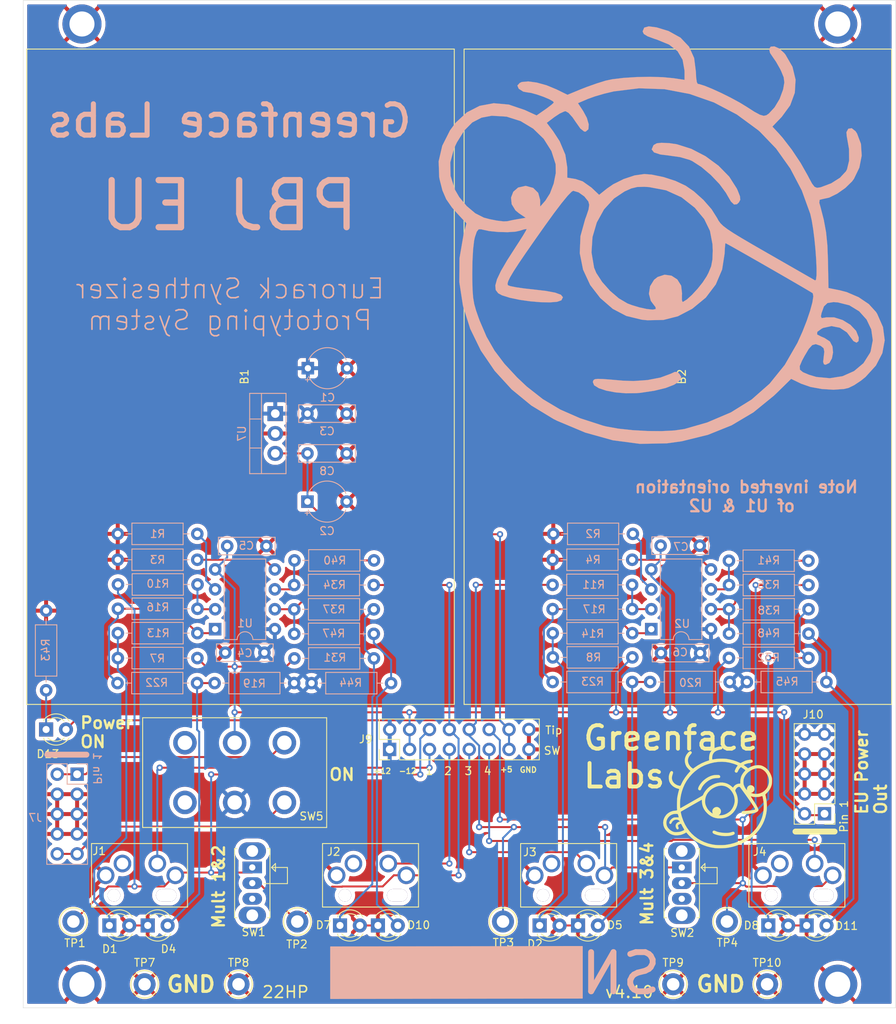
<source format=kicad_pcb>
(kicad_pcb (version 20211014) (generator pcbnew)
  (title_block (title "PBJ EU") (rev "4.10"))
  (layers (0 "F.Cu" signal) (31 "B.Cu" signal) (34 "B.Paste" user) (35 "F.Paste" user) (36 "B.SilkS" user "B.Silkscreen") (37 "F.SilkS" user "F.Silkscreen") (38 "B.Mask" user) (39 "F.Mask" user) (44 "Edge.Cuts" user))
  (net 0 "")
  (net 1 "Net-(D13-Pad1)")
  (net 2 "Tip1")
  (net 3 "GND")
  (net 4 "Tip2")
  (net 5 "Tip3")
  (net 6 "Tip4")
  (net 7 "+5V")
  (net 8 "-12V")
  (net 9 "+12V")
  (net 10 "Net-(D4-Pad2)")
  (net 11 "Net-(D5-Pad2)")
  (net 12 "Net-(D10-Pad2)")
  (net 13 "Net-(D11-Pad2)")
  (net 14 "SW1")
  (net 15 "SW2")
  (net 16 "SW3")
  (net 17 "SW4")
  (net 18 "Net-(R13-Pad1)")
  (net 19 "Net-(R14-Pad1)")
  (net 20 "Net-(R10-Pad2)")
  (net 21 "Net-(R11-Pad2)")
  (net 22 "Net-(R34-Pad2)")
  (net 23 "Net-(R35-Pad2)")
  (net 24 "Net-(D1-Pad1)")
  (net 25 "Net-(D2-Pad1)")
  (net 26 "Net-(D7-Pad1)")
  (net 27 "Net-(D8-Pad1)")
  (net 28 "Net-(R37-Pad1)")
  (net 29 "Net-(R38-Pad1)")
  (net 30 "Net-(J7-Pad1)")
  (net 31 "Net-(J7-Pad10)")
  (net 32 "Net-(R1-Pad1)")
  (net 33 "Net-(R2-Pad1)")
  (net 34 "Net-(R3-Pad1)")
  (net 35 "Net-(R4-Pad1)")
  (footprint "LED_THT:LED_D3.0mm" (layer "F.Cu") (at 135.15 148)
    (fp_text reference "D8")
    (fp_text value "RED LED")
  )
  (footprint "LED_THT:LED_D3.0mm" (layer "F.Cu") (at 140.05 148)
    (fp_text reference "D11")
    (fp_text value "BLUE LED")
  )
  (footprint "LED_THT:LED_D3.0mm" (layer "F.Cu") (at 42.92 123)
    (fp_text reference "D13")
    (fp_text value "GREEN LED")
  )
  (footprint "panel:MountingHole_3.2mm_M3_SmPad" (layer "F.Cu") (at 47.5 155.5)
    (fp_text reference "H1")
    (fp_text value "MountingHole_Pad")
  )
  (footprint "panel:MountingHole_3.2mm_M3_SmPad" (layer "F.Cu") (at 144.02 155.5)
    (fp_text reference "H2")
    (fp_text value "MountingHole_Pad")
  )
  (footprint "panel:MountingHole_3.2mm_M3_SmPad" (layer "F.Cu") (at 144.02 33)
    (fp_text reference "H3")
    (fp_text value "MountingHole_Pad")
  )
  (footprint "panel:MountingHole_3.2mm_M3_SmPad" (layer "F.Cu") (at 47.5 33)
    (fp_text reference "H4")
    (fp_text value "MountingHole_Pad")
  )
  (footprint "TestPoint:TestPoint_Keystone_5005-5009_Compact" (layer "F.Cu") (at 75 147.5)
    (fp_text reference "TP2")
    (fp_text value "TestPoint")
  )
  (footprint "TestPoint:TestPoint_Keystone_5005-5009_Compact" (layer "F.Cu") (at 129.87 147.5)
    (fp_text reference "TP4")
    (fp_text value "TestPoint")
  )
  (footprint "TestPoint:TestPoint_Keystone_5005-5009_Compact" (layer "F.Cu") (at 55.5 155.5)
    (fp_text reference "TP7")
    (fp_text value "TestPoint")
  )
  (footprint "TestPoint:TestPoint_Keystone_5005-5009_Compact" (layer "F.Cu") (at 67.5 155.5)
    (fp_text reference "TP8")
    (fp_text value "TestPoint")
  )
  (footprint "TestPoint:TestPoint_Keystone_5005-5009_Compact" (layer "F.Cu") (at 123 155.5)
    (fp_text reference "TP9")
    (fp_text value "TestPoint")
  )
  (footprint "TestPoint:TestPoint_Keystone_5005-5009_Compact" (layer "F.Cu") (at 135 155.5)
    (fp_text reference "TP10")
    (fp_text value "TestPoint")
  )
  (footprint "panel:Proto_400" (layer "F.Cu") (at 67.75 78 90)
    (fp_text reference "B1")
    (fp_text value "Breadboard_400")
  )
  (footprint "panel:Proto_400" (layer "F.Cu") (at 123.6 78 90)
    (fp_text reference "B2")
    (fp_text value "Breadboard_400")
  )
  (footprint "TestPoint:TestPoint_Keystone_5005-5009_Compact" (layer "F.Cu") (at 46.4 147.5)
    (fp_text reference "TP1")
    (fp_text value "TestPoint")
  )
  (footprint "sputterizer:Molex-0472570001" (layer "F.Cu") (at 84.35 141.6)
    (fp_text reference "J2")
    (fp_text value "Molex_47257" hide)
  )
  (footprint "sputterizer:Molex-0472570001" (layer "F.Cu") (at 54.85 141.6)
    (fp_text reference "J1")
    (fp_text value "Molex_47257" hide)
  )
  (footprint "LED_THT:LED_D3.0mm" (layer "F.Cu") (at 85.3 148)
    (fp_text reference "D10")
    (fp_text value "BLUE LED")
  )
  (footprint "LED_THT:LED_D3.0mm" (layer "F.Cu") (at 55.9 148)
    (fp_text reference "D4")
    (fp_text value "BLUE LED")
  )
  (footprint "LED_THT:LED_D3.0mm" (layer "F.Cu") (at 80.45 148)
    (fp_text reference "D7")
    (fp_text value "RED LED")
  )
  (footprint "LED_THT:LED_D3.0mm" (layer "F.Cu") (at 51 148)
    (fp_text reference "D1")
    (fp_text value "RED LED")
  )
  (footprint "Button_Switch_THT:SW_Slide_1P2T_CK_OS102011MS2Q" (layer "F.Cu") (at 69.25 140.6 -90)
    (fp_text reference "SW1")
    (fp_text value "SW_SPDT")
  )
  (footprint "TestPoint:TestPoint_Keystone_5005-5009_Compact" (layer "F.Cu") (at 101.27 147.5)
    (fp_text reference "TP3")
    (fp_text value "TestPoint")
  )
  (footprint "sputterizer:Molex-0472570001" (layer "F.Cu") (at 109.65 141.6)
    (fp_text reference "J3")
    (fp_text value "Molex_47257" hide)
  )
  (footprint "sputterizer:Molex-0472570001" (layer "F.Cu") (at 138.8 141.6)
    (fp_text reference "J4")
    (fp_text value "Molex_47257" hide)
  )
  (footprint "LED_THT:LED_D3.0mm" (layer "F.Cu") (at 110.85 148)
    (fp_text reference "D5")
    (fp_text value "BLUE LED")
  )
  (footprint "LED_THT:LED_D3.0mm" (layer "F.Cu") (at 105.95 148)
    (fp_text reference "D2")
    (fp_text value "RED LED")
  )
  (footprint "Button_Switch_THT:SW_Slide_1P2T_CK_OS102011MS2Q" (layer "F.Cu") (at 124.1 140.6 -90)
    (fp_text reference "SW2")
    (fp_text value "SW_SPDT")
  )
  (footprint "Connector_PinHeader_2.54mm:PinHeader_2x08_P2.54mm_Vertical" (layer "F.Cu") (at 86.8 125.54 90)
    (fp_text reference "J9")
    (fp_text value "Conn_02x08_Odd_Even_Female")
  )
  (footprint "Connector_PinHeader_2.54mm:PinHeader_2x05_P2.54mm_Vertical" (layer "F.Cu") (at 142.33 133.75 180)
    (fp_text reference "J10")
    (fp_text value "Conn_02x05_Odd_Even")
  )
  (footprint "sputterizer:S202031MS02Q" (layer "F.Cu") (at 67 128.5 180)
    (fp_text reference "SW5")
    (fp_text value "SW_DPST")
  )
  (footprint "panel:small_face" (layer "F.Cu") (at 128.63 132.09)
    (fp_text reference "GR1" hide)
    (fp_text value "small_logo" hide)
  )
  (footprint "Capacitor_THT:CP_Radial_Tantal_D5.0mm_P5.00mm" (layer "B.Cu") (at 76.3524 76.9112)
    (fp_text reference "C1")
    (fp_text value "10uF")
  )
  (footprint "Resistor_THT:R_Axial_DIN0207_L6.3mm_D2.5mm_P10.16mm_Horizontal" (layer "B.Cu") (at 42.92 118 90)
    (fp_text reference "R43")
    (fp_text value "2.2K")
  )
  (footprint "Package_DIP:DIP-8_W7.62mm" (layer "B.Cu") (at 64.51 110.2)
    (fp_text reference "U1")
    (fp_text value "TL072")
  )
  (footprint "Resistor_THT:R_Axial_DIN0207_L6.3mm_D2.5mm_P10.16mm_Horizontal" (layer "B.Cu") (at 74.61 110.8)
    (fp_text reference "R47")
    (fp_text value "2.2K")
  )
  (footprint "Resistor_THT:R_Axial_DIN0207_L6.3mm_D2.5mm_P10.16mm_Horizontal" (layer "B.Cu") (at 76.82 117.09)
    (fp_text reference "R44")
    (fp_text value "10K")
  )
  (footprint "Resistor_THT:R_Axial_DIN0207_L6.3mm_D2.5mm_P10.16mm_Horizontal" (layer "B.Cu") (at 74.61 107.67)
    (fp_text reference "R37")
    (fp_text value "1K")
  )
  (footprint "Resistor_THT:R_Axial_DIN0207_L6.3mm_D2.5mm_P10.16mm_Horizontal" (layer "B.Cu") (at 52.04 117.08)
    (fp_text reference "R22")
    (fp_text value "2.2K")
  )
  (footprint "Resistor_THT:R_Axial_DIN0207_L6.3mm_D2.5mm_P10.16mm_Horizontal" (layer "B.Cu") (at 62.25 107.6 180)
    (fp_text reference "R16")
    (fp_text value "3.32M")
  )
  (footprint "Resistor_THT:R_Axial_DIN0207_L6.3mm_D2.5mm_P10.16mm_Horizontal" (layer "B.Cu") (at 52.08 113.89)
    (fp_text reference "R7")
    (fp_text value "10K")
  )
  (footprint "Resistor_THT:R_Axial_DIN0207_L6.3mm_D2.5mm_P10.16mm_Horizontal" (layer "B.Cu") (at 74.6 117.08 180)
    (fp_text reference "R19")
    (fp_text value "10K")
  )
  (footprint "Resistor_THT:R_Axial_DIN0207_L6.3mm_D2.5mm_P10.16mm_Horizontal" (layer "B.Cu") (at 52.1 104.5)
    (fp_text reference "R10")
    (fp_text value "1.00M")
  )
  (footprint "Resistor_THT:R_Axial_DIN0207_L6.3mm_D2.5mm_P10.16mm_Horizontal" (layer "B.Cu") (at 62.24 110.71 180)
    (fp_text reference "R13")
    (fp_text value "1K")
  )
  (footprint "Capacitor_THT:C_Rect_L7.0mm_W2.0mm_P5.00mm" (layer "B.Cu") (at 126.45 113.25 180)
    (fp_text reference "C6")
    (fp_text value ".1uF")
  )
  (footprint "Capacitor_THT:C_Rect_L7.0mm_W2.0mm_P5.00mm" (layer "B.Cu") (at 70.8 113.2 180)
    (fp_text reference "C4")
    (fp_text value ".1uF")
  )
  (footprint "Capacitor_THT:C_Rect_L7.0mm_W2.0mm_P5.00mm" (layer "B.Cu") (at 126.4 99.55 180)
    (fp_text reference "C7")
    (fp_text value ".1uF")
  )
  (footprint "Resistor_THT:R_Axial_DIN0207_L6.3mm_D2.5mm_P10.16mm_Horizontal" (layer "B.Cu") (at 130.13 110.77)
    (fp_text reference "R48")
    (fp_text value "2.2K")
  )
  (footprint "Resistor_THT:R_Axial_DIN0207_L6.3mm_D2.5mm_P10.16mm_Horizontal" (layer "B.Cu") (at 132.41 116.94)
    (fp_text reference "R45")
    (fp_text value "10K")
  )
  (footprint "Resistor_THT:R_Axial_DIN0207_L6.3mm_D2.5mm_P10.16mm_Horizontal" (layer "B.Cu") (at 140.28 113.87 180)
    (fp_text reference "R32")
    (fp_text value "10K")
  )
  (footprint "Resistor_THT:R_Axial_DIN0207_L6.3mm_D2.5mm_P10.16mm_Horizontal" (layer "B.Cu") (at 107.63 113.8)
    (fp_text reference "R8")
    (fp_text value "10K")
  )
  (footprint "Resistor_THT:R_Axial_DIN0207_L6.3mm_D2.5mm_P10.16mm_Horizontal" (layer "B.Cu") (at 130.13 107.66)
    (fp_text reference "R38")
    (fp_text value "1K")
  )
  (footprint "Resistor_THT:R_Axial_DIN0207_L6.3mm_D2.5mm_P10.16mm_Horizontal" (layer "B.Cu") (at 117.78 110.72 180)
    (fp_text reference "R14")
    (fp_text value "1K")
  )
  (footprint "Resistor_THT:R_Axial_DIN0207_L6.3mm_D2.5mm_P10.16mm_Horizontal" (layer "B.Cu") (at 107.61 116.94)
    (fp_text reference "R23")
    (fp_text value "2.2K")
  )
  (footprint "Resistor_THT:R_Axial_DIN0207_L6.3mm_D2.5mm_P10.16mm_Horizontal" (layer "B.Cu") (at 130.22 116.94 180)
    (fp_text reference "R20")
    (fp_text value "10K")
  )
  (footprint "Capacitor_THT:CP_Radial_Tantal_D5.0mm_P5.00mm" (layer "B.Cu") (at 76.3016 93.9292)
    (fp_text reference "C2")
    (fp_text value "10uF")
  )
  (footprint "Resistor_THT:R_Axial_DIN0207_L6.3mm_D2.5mm_P10.16mm_Horizontal" (layer "B.Cu") (at 84.79 113.93 180)
    (fp_text reference "R31")
    (fp_text value "10K")
  )
  (footprint "Package_DIP:DIP-8_W7.62mm" (layer "B.Cu") (at 120.21 110.2)
    (fp_text reference "U2")
    (fp_text value "TL072")
  )
  (footprint "Capacitor_THT:C_Rect_L7.0mm_W2.0mm_P5.00mm" (layer "B.Cu") (at 71.05 99.6 180)
    (fp_text reference "C5")
    (fp_text value ".1uF")
  )
  (footprint "Connector_PinHeader_2.54mm:PinHeader_2x05_P2.54mm_Vertical" (layer "B.Cu") (at 46.88 128.71 180)
    (fp_text reference "J7")
    (fp_text value "Conn_02x05_Odd_Even")
  )
  (footprint "Resistor_THT:R_Axial_DIN0207_L6.3mm_D2.5mm_P10.16mm_Horizontal" (layer "B.Cu") (at 107.6 104.55)
    (fp_text reference "R11")
    (fp_text value "1.00M")
  )
  (footprint "Resistor_THT:R_Axial_DIN0207_L6.3mm_D2.5mm_P10.16mm_Horizontal" (layer "B.Cu") (at 117.77 107.65 180)
    (fp_text reference "R17")
    (fp_text value "3.32M")
  )
  (footprint "Resistor_THT:R_Axial_DIN0207_L6.3mm_D2.5mm_P10.16mm_Horizontal" (layer "B.Cu") (at 140.29 104.57 180)
    (fp_text reference "R35")
    (fp_text value "1.00M")
  )
  (footprint "Resistor_THT:R_Axial_DIN0207_L6.3mm_D2.5mm_P10.16mm_Horizontal" (layer "B.Cu") (at 74.64 101.43)
    (fp_text reference "R40")
    (fp_text value "3.32M")
  )
  (footprint "Resistor_THT:R_Axial_DIN0207_L6.3mm_D2.5mm_P10.16mm_Horizontal" (layer "B.Cu") (at 84.76 104.57 180)
    (fp_text reference "R34")
    (fp_text value "1.00M")
  )
  (footprint "Resistor_THT:R_Axial_DIN0207_L6.3mm_D2.5mm_P10.16mm_Horizontal" (layer "B.Cu") (at 130.12 101.47)
    (fp_text reference "R41")
    (fp_text value "3.32M")
  )
  (footprint "Resistor_THT:R_Axial_DIN0207_L6.3mm_D2.5mm_P10.16mm_Horizontal" (layer "B.Cu") (at 62.23 98.044 180)
    (fp_text reference "R1")
    (fp_text value "750K")
  )
  (footprint "Resistor_THT:R_Axial_DIN0207_L6.3mm_D2.5mm_P10.16mm_Horizontal" (layer "B.Cu") (at 117.856 98.044 180)
    (fp_text reference "R2")
    (fp_text value "750K")
  )
  (footprint "Resistor_THT:R_Axial_DIN0207_L6.3mm_D2.5mm_P10.16mm_Horizontal" (layer "B.Cu") (at 62.23 101.346 180)
    (fp_text reference "R3")
    (fp_text value "750K")
  )
  (footprint "Resistor_THT:R_Axial_DIN0207_L6.3mm_D2.5mm_P10.16mm_Horizontal" (layer "B.Cu") (at 117.77 101.346 180)
    (fp_text reference "R4")
    (fp_text value "750K")
  )
  (footprint "panel:logo_black" (layer "B.Cu") (at 121.5136 59.8932 180)
    (fp_text reference "GR2" hide)
    (fp_text value "big_logo" hide)
  )
  (footprint "Capacitor_THT:C_Rect_L7.0mm_W2.0mm_P5.00mm" (layer "B.Cu") (at 76.3016 82.7024)
    (fp_text reference "C3")
    (fp_text value ".33uF")
  )
  (footprint "Capacitor_THT:C_Rect_L7.0mm_W2.0mm_P5.00mm" (layer "B.Cu") (at 76.3016 87.7824)
    (fp_text reference "C8")
    (fp_text value ".1uF")
  )
  (footprint "Package_TO_SOT_THT:TO-220-3_Vertical" (layer "B.Cu") (at 72.1868 82.7024 -90)
    (fp_text reference "U7")
    (fp_text value "MC7805CTG")
  )
  (gr_line (start 43.07 126.21) (end 48.07 126.21) (layer "B.SilkS") (width 0.75))
  (gr_poly (pts (xy 111.4044 157.2768) (xy 79.248 157.3276) (xy 79.248 150.7236) (xy 111.4044 150.6728)) (layer "B.SilkS") (width 0.1) (fill solid))
  (gr_line (start 138.62 136.02) (end 143.62 136.02) (layer "F.SilkS") (width 0.75))
  (gr_line (start 125.63 142.67) (end 128.62 142.67) (layer "F.SilkS") (width 0.12))
  (gr_line (start 128.62 140.61) (end 126.6 140.61) (layer "F.SilkS") (width 0.12))
  (gr_line (start 128.62 142.67) (end 128.62 140.61) (layer "F.SilkS") (width 0.12))
  (gr_line (start 73.74 140.6) (end 71.72 140.6) (layer "F.SilkS") (width 0.12))
  (gr_line (start 73.74 142.66) (end 73.74 140.6) (layer "F.SilkS") (width 0.12))
  (gr_line (start 70.75 142.66) (end 73.74 142.66) (layer "F.SilkS") (width 0.12))
  (gr_line (start 40 158.5) (end 151.4 158.5) (layer "Edge.Cuts") (width 0.05))
  (gr_line (start 151.4 158.5) (end 151.4 30) (layer "Edge.Cuts") (width 0.05))
  (gr_line (start 40 158.5) (end 40 30) (layer "Edge.Cuts") (width 0.05))
  (gr_line (start 40 30) (end 151.4 30) (layer "Edge.Cuts") (width 0.05))
  (gr_text "Pin 1" (at 49.44 127.97 270) (layer "B.SilkS") (effects (font (size 1 1)) (justify mirror)))
  (gr_text "Greenface Labs" (at 66.294 45.3644) (layer "B.SilkS") (effects (font (size 4 4) (thickness 0.65)) (justify mirror)))
  (gr_text "PBJ EU" (at 66.294 56.1848) (layer "B.SilkS") (effects (font (size 6 6) (thickness 0.8)) (justify mirror)))
  (gr_text "Eurorack Synthesizer\nPrototyping System\n" (at 66.3956 68.7832) (layer "B.SilkS") (effects (font (size 2.5 2.5) (thickness 0.2)) (justify mirror)))
  (gr_text "SN" (at 116.332 154.1272) (layer "B.SilkS") (effects (font (size 5 5) (thickness 0.75)) (justify mirror)))
  (gr_text "Note inverted orientation \nof U1 & U2" (at 131.7752 93.2688) (layer "B.SilkS") (effects (font (size 1.5 1.5) (thickness 0.3)) (justify mirror)))
  (gr_text "Tip" (at 107.75 123.1) (layer "F.SilkS") (effects (font (size 1 1))))
  (gr_text "SW" (at 107.55 125.7) (layer "F.SilkS") (effects (font (size 1 1))))
  (gr_text "22HP" (at 73.5 156.5) (layer "F.SilkS") (effects (font (size 1.5 1.5) (thickness 0.2))))
  (gr_text "2" (at 94.25 128.3) (layer "F.SilkS") (effects (font (size 1 1))))
  (gr_text "3" (at 96.85 128.3) (layer "F.SilkS") (effects (font (size 1 1))))
  (gr_text "4" (at 99.3 128.3) (layer "F.SilkS") (effects (font (size 1 1))))
  (gr_text "+5" (at 101.7 128.1) (layer "F.SilkS") (effects (font (size 0.7 0.7))))
  (gr_text "GND" (at 104.5 128.15) (layer "F.SilkS") (effects (font (size 0.7 0.7))))
  (gr_text "GND" (at 129.075 155.475) (layer "F.SilkS") (effects (font (size 2 2) (thickness 0.4))))
  (gr_text "Pin 1" (at 144.81 134.08 90) (layer "F.SilkS") (effects (font (size 1 1))))
  (gr_text "Mult 3&4" (at 119.66 142.66 90) (layer "F.SilkS") (effects (font (size 1.5 1.5) (thickness 0.3))))
  (gr_text "+12" (at 85.85 128.3) (layer "F.SilkS") (effects (font (size 0.7 0.7))))
  (gr_text "GND" (at 61.425 155.5) (layer "F.SilkS") (effects (font (size 2 2) (thickness 0.4))))
  (gr_text "v4.10" (at 117.4 156.5) (layer "F.SilkS") (effects (font (size 1.5 1.5) (thickness 0.2))))
  (gr_text "PBJ EU" (at 95.85 154.5) (layer "F.SilkS") (effects (font (size 5.5 6) (thickness 0.5))))
  (gr_text "EU Power\nOut" (at 148.29 134 90) (layer "F.SilkS") (effects (font (size 1.5 1.5) (thickness 0.3)) (justify left)))
  (gr_text "1" (at 91.85 128.3) (layer "F.SilkS") (effects (font (size 1 1))))
  (gr_text "Greenface\nLabs" (at 111.28 126.5) (layer "F.SilkS") (effects (font (size 3 3) (thickness 0.5)) (justify left)))
  (gr_text "ON" (at 80.7 128.75) (layer "F.SilkS") (effects (font (size 1.5 1.5) (thickness 0.3))))
  (gr_text "Mult 1&2" (at 64.95 143.04 90) (layer "F.SilkS") (effects (font (size 1.5 1.5) (thickness 0.3))))
  (gr_text "-12" (at 89.1 128.3) (layer "F.SilkS") (effects (font (size 0.7 0.7))))
  (gr_text "Power\nON" (at 47.13 123.36) (layer "F.SilkS") (effects (font (size 1.5 1.5) (thickness 0.3)) (justify left)))
  (segment (start 42.92 119.13137) (end 42.92 123) (width 0.25) (layer "B.Cu") (net 1))
  (segment (start 42.92 118) (end 42.92 119.13137) (width 0.25) (layer "B.Cu") (net 1))
  (segment (start 69.25 128.734999) (end 69.25 128.734999) (width 0.25) (layer "F.Cu") (net 2))
  (segment (start 54.21501 143.02499) (end 57.99501 143.02499) (width 0.25) (layer "F.Cu") (net 2))
  (segment (start 63.94 141.25) (end 59.77 141.25) (width 0.25) (layer "F.Cu") (net 2))
  (segment (start 64 128.734999) (end 64 128.734999) (width 0.25) (layer "F.Cu") (net 2))
  (segment (start 46.4 147.5) (end 50.87501 143.02499) (width 0.25) (layer "F.Cu") (net 2))
  (segment (start 50.87501 143.02499) (end 54.21501 143.02499) (width 0.25) (layer "F.Cu") (net 2))
  (segment (start 69.25 128.734999) (end 64 128.734999) (width 0.25) (layer "F.Cu") (net 2))
  (segment (start 69.25 141.25) (end 63.94 141.25) (width 0.25) (layer "F.Cu") (net 2))
  (segment (start 90.704999 128.734999) (end 69.25 128.734999) (width 0.25) (layer "F.Cu") (net 2))
  (segment (start 58.295001 142.724999) (end 59.42 141.6) (width 0.25) (layer "F.Cu") (net 2))
  (segment (start 57.99501 143.02499) (end 58.295001 142.724999) (width 0.25) (layer "F.Cu") (net 2))
  (segment (start 59.77 141.25) (end 59.42 141.6) (width 0.25) (layer "F.Cu") (net 2))
  (via (at 90.704999 128.734999) (size 0.8) (drill 0.4) (layers "F.Cu" "B.Cu") (net 2))
  (via (at 54.21501 143.02499) (size 0.8) (drill 0.4) (layers "F.Cu" "B.Cu") (net 2))
  (via (at 64 128.734999) (size 0.8) (drill 0.4) (layers "F.Cu" "B.Cu") (net 2))
  (via (at 64 141.25) (size 0.8) (drill 0.4) (layers "F.Cu" "B.Cu") (net 2))
  (segment (start 90.704999 128.734999) (end 90.704999 128.734999) (width 0.25) (layer "B.Cu") (net 2))
  (segment (start 52.1 104.5) (end 52.1 105.63137) (width 0.25) (layer "B.Cu") (net 2))
  (segment (start 54.21 107.74137) (end 54.21 143.03) (width 0.25) (layer "B.Cu") (net 2))
  (segment (start 91.88 123) (end 90.704999 124.175001) (width 0.25) (layer "B.Cu") (net 2))
  (segment (start 52.1 105.63137) (end 54.21 107.74137) (width 0.25) (layer "B.Cu") (net 2))
  (segment (start 90.704999 124.175001) (end 90.704999 128.734999) (width 0.25) (layer "B.Cu") (net 2))
  (segment (start 64 141.25) (end 64 128.734999) (width 0.25) (layer "B.Cu") (net 2))
  (segment (start 137.69 148) (end 140.05 148) (width 0.25) (layer "F.Cu") (net 3))
  (segment (start 82.99 148) (end 85.3 148) (width 0.25) (layer "F.Cu") (net 3))
  (segment (start 53.54 148) (end 55.9 148) (width 0.25) (layer "F.Cu") (net 3))
  (segment (start 108.49 148) (end 110.85 148) (width 0.25) (layer "F.Cu") (net 3))
  (segment (start 76.399999 146.100001) (end 75 147.5) (width 0.25) (layer "F.Cu") (net 4))
  (segment (start 80.741003 143.024999) (end 80.716001 143.050001) (width 0.25) (layer "F.Cu") (net 4))
  (segment (start 80.716001 143.050001) (end 79.449999 143.050001) (width 0.25) (layer "F.Cu") (net 4))
  (segment (start 73.600001 146.100001) (end 75 147.5) (width 0.25) (layer "F.Cu") (net 4))
  (segment (start 79.449999 143.050001) (end 76.399999 146.100001) (width 0.25) (layer "F.Cu") (net 4))
  (segment (start 87.32901 141.6) (end 85.904011 143.024999) (width 0.25) (layer "F.Cu") (net 4))
  (segment (start 88.92 141.6) (end 90.51099 141.6) (width 0.25) (layer "F.Cu") (net 4))
  (segment (start 85.89137 104.57) (end 94.42 104.57) (width 0.25) (layer "F.Cu") (net 4))
  (segment (start 88.92 141.6) (end 87.32901 141.6) (width 0.25) (layer "F.Cu") (net 4))
  (segment (start 84.76 104.57) (end 85.89137 104.57) (width 0.25) (layer "F.Cu") (net 4))
  (segment (start 85.904011 143.024999) (end 80.741003 143.024999) (width 0.25) (layer "F.Cu") (net 4))
  (segment (start 69.25 142.6) (end 70.1 142.6) (width 0.25) (layer "F.Cu") (net 4))
  (segment (start 70.1 142.6) (end 73.600001 146.100001) (width 0.25) (layer "F.Cu") (net 4))
  (segment (start 90.51099 141.6) (end 95.595001 141.6) (width 0.25) (layer "F.Cu") (net 4))
  (via (at 94.42 104.57) (size 0.8) (drill 0.4) (layers "F.Cu" "B.Cu") (net 4))
  (via (at 95.595001 141.6) (size 0.8) (drill 0.4) (layers "F.Cu" "B.Cu") (net 4))
  (segment (start 95.595001 141.6) (end 95.595001 124.175001) (width 0.25) (layer "B.Cu") (net 4))
  (segment (start 94.42 104.57) (end 94.42 104.57) (width 0.25) (layer "B.Cu") (net 4))
  (segment (start 95.595001 141.6) (end 95.595001 141.6) (width 0.25) (layer "B.Cu") (net 4))
  (segment (start 95.595001 124.175001) (end 95.269999 123.849999) (width 0.25) (layer "B.Cu") (net 4))
  (segment (start 94.42 123) (end 94.42 104.57) (width 0.25) (layer "B.Cu") (net 4))
  (segment (start 95.269999 123.849999) (end 94.42 123) (width 0.25) (layer "B.Cu") (net 4))
  (segment (start 114.31 135.45) (end 114.31 135.45) (width 0.25) (layer "F.Cu") (net 5))
  (segment (start 102.66 135.45) (end 114.31 135.45) (width 0.25) (layer "F.Cu") (net 5))
  (segment (start 124.2 140.6) (end 115.22 140.6) (width 0.25) (layer "F.Cu") (net 5))
  (segment (start 115.22 140.6) (end 114.22 141.6) (width 0.25) (layer "F.Cu") (net 5))
  (segment (start 98.225 135.45) (end 102.66 135.45) (width 0.25) (layer "F.Cu") (net 5))
  (segment (start 97.8 104.55) (end 107.6 104.55) (width 0.25) (layer "F.Cu") (net 5))
  (via (at 97.8 104.55) (size 0.8) (drill 0.4) (layers "F.Cu" "B.Cu") (net 5))
  (via (at 98.225 135.45) (size 0.8) (drill 0.4) (layers "F.Cu" "B.Cu") (net 5))
  (via (at 114.31 135.45) (size 0.8) (drill 0.4) (layers "F.Cu" "B.Cu") (net 5))
  (via (at 102.66 135.45) (size 0.8) (drill 0.4) (layers "F.Cu" "B.Cu") (net 5))
  (segment (start 98.225 135.45) (end 98.225 135.45) (width 0.25) (layer "B.Cu") (net 5))
  (segment (start 97.8 104.55) (end 97.8 104.55) (width 0.25) (layer "B.Cu") (net 5))
  (segment (start 101.27 147.5) (end 101.27 136.84) (width 0.25) (layer "B.Cu") (net 5))
  (segment (start 98.225 125.065998) (end 98.225 135.45) (width 0.25) (layer "B.Cu") (net 5))
  (segment (start 101.27 136.84) (end 102.66 135.45) (width 0.25) (layer "B.Cu") (net 5))
  (segment (start 97.809999 122.150001) (end 97.8 104.55) (width 0.25) (layer "B.Cu") (net 5))
  (segment (start 96.96 123) (end 96.96 123.800998) (width 0.25) (layer "B.Cu") (net 5))
  (segment (start 96.96 123.800998) (end 98.225 125.065998) (width 0.25) (layer "B.Cu") (net 5))
  (segment (start 114.31 135.45) (end 114.31 141.51) (width 0.25) (layer "B.Cu") (net 5))
  (segment (start 96.96 123) (end 97.809999 122.150001) (width 0.25) (layer "B.Cu") (net 5))
  (segment (start 114.31 141.51) (end 114.22 141.6) (width 0.25) (layer "B.Cu") (net 5))
  (segment (start 131.375 142.6) (end 131.375 142.6) (width 0.25) (layer "F.Cu") (net 6))
  (segment (start 131.865001 134.484999) (end 131.865001 134.484999) (width 0.25) (layer "F.Cu") (net 6))
  (segment (start 131.9 142.6) (end 132.350001 143.050001) (width 0.25) (layer "F.Cu") (net 6))
  (segment (start 142 142.97) (end 143.37 141.6) (width 0.25) (layer "F.Cu") (net 6))
  (segment (start 132.350001 143.050001) (end 134.964997 143.050001) (width 0.25) (layer "F.Cu") (net 6))
  (segment (start 140.285001 104.574999) (end 140.29 104.57) (width 0.25) (layer "F.Cu") (net 6))
  (segment (start 134.964997 143.050001) (end 135.044998 142.97) (width 0.25) (layer "F.Cu") (net 6))
  (segment (start 100.864999 134.484999) (end 131.865001 134.484999) (width 0.25) (layer "F.Cu") (net 6))
  (segment (start 135.044998 142.97) (end 142 142.97) (width 0.25) (layer "F.Cu") (net 6))
  (segment (start 124.2 142.6) (end 131.9 142.6) (width 0.25) (layer "F.Cu") (net 6))
  (segment (start 133.535001 104.574999) (end 140.285001 104.574999) (width 0.25) (layer "F.Cu") (net 6))
  (via (at 131.865001 134.484999) (size 0.8) (drill 0.4) (layers "F.Cu" "B.Cu") (net 6))
  (via (at 133.535001 104.574999) (size 0.8) (drill 0.4) (layers "F.Cu" "B.Cu") (net 6))
  (via (at 131.9 142.6) (size 0.8) (drill 0.4) (layers "F.Cu" "B.Cu") (net 6))
  (via (at 100.864999 134.484999) (size 0.8) (drill 0.4) (layers "F.Cu" "B.Cu") (net 6))
  (segment (start 100.864999 134.484999) (end 100.864999 134.484999) (width 0.25) (layer "B.Cu") (net 6))
  (segment (start 133.535001 104.574999) (end 133.535001 104.574999) (width 0.25) (layer "B.Cu") (net 6))
  (segment (start 99.5 123) (end 100.864999 124.364999) (width 0.25) (layer "B.Cu") (net 6))
  (segment (start 131.9 142.6) (end 131.9 134.519998) (width 0.25) (layer "B.Cu") (net 6))
  (segment (start 131.9 134.519998) (end 131.865001 134.484999) (width 0.25) (layer "B.Cu") (net 6))
  (segment (start 129.87 144.63) (end 129.87 147.5) (width 0.25) (layer "B.Cu") (net 6))
  (segment (start 131.865001 134.484999) (end 133.535001 132.814999) (width 0.25) (layer "B.Cu") (net 6))
  (segment (start 100.864999 124.364999) (end 100.864999 134.484999) (width 0.25) (layer "B.Cu") (net 6))
  (segment (start 131.9 142.6) (end 129.87 144.63) (width 0.25) (layer "B.Cu") (net 6))
  (segment (start 133.535001 132.814999) (end 133.535001 104.574999) (width 0.25) (layer "B.Cu") (net 6))
  (segment (start 100.8888 98.0948) (end 100.8888 98.0948) (width 0.25) (layer "F.Cu") (net 7))
  (segment (start 102.04 123) (end 100.864999 121.824999) (width 0.25) (layer "F.Cu") (net 7))
  (segment (start 76.3016 93.9292) (end 80.4672 98.0948) (width 0.25) (layer "F.Cu") (net 7))
  (segment (start 46.359999 122.100001) (end 45.46 123) (width 0.25) (layer "F.Cu") (net 7))
  (segment (start 100.864999 121.824999) (end 46.635001 121.824999) (width 0.25) (layer "F.Cu") (net 7))
  (segment (start 46.635001 121.824999) (end 46.359999 122.100001) (width 0.25) (layer "F.Cu") (net 7))
  (segment (start 80.4672 98.0948) (end 100.8888 98.0948) (width 0.25) (layer "F.Cu") (net 7))
  (segment (start 72.1868 87.7824) (end 76.3016 87.7824) (width 0.25) (layer "F.Cu") (net 7))
  (via (at 100.8888 98.0948) (size 0.8) (drill 0.4) (layers "F.Cu" "B.Cu") (net 7))
  (segment (start 76.3016 93.9292) (end 76.3016 87.7824) (width 0.25) (layer "B.Cu") (net 7))
  (segment (start 102.04 124.202081) (end 102.04 125.54) (width 0.25) (layer "B.Cu") (net 7))
  (segment (start 100.8888 121.8488) (end 102.04 123) (width 0.25) (layer "B.Cu") (net 7))
  (segment (start 100.8888 98.0948) (end 100.8888 121.8488) (width 0.25) (layer "B.Cu") (net 7))
  (segment (start 102.04 123) (end 102.04 124.202081) (width 0.25) (layer "B.Cu") (net 7))
  (segment (start 89.32 120.81) (end 89.32 120.81) (width 0.25) (layer "F.Cu") (net 8))
  (segment (start 137.18 120.81) (end 137.18 120.81) (width 0.25) (layer "F.Cu") (net 8))
  (segment (start 122.14 120.81) (end 123.88 120.81) (width 0.25) (layer "F.Cu") (net 8))
  (segment (start 115.71 120.81) (end 122.14 120.81) (width 0.25) (layer "F.Cu") (net 8))
  (segment (start 123.88 120.81) (end 128.73 120.81) (width 0.25) (layer "F.Cu") (net 8))
  (segment (start 128.73 120.81) (end 137.18 120.81) (width 0.25) (layer "F.Cu") (net 8))
  (segment (start 62.24 113.89) (end 63.33 114.98) (width 0.25) (layer "F.Cu") (net 8))
  (segment (start 73.58 114.98) (end 67 114.98) (width 0.25) (layer "F.Cu") (net 8))
  (segment (start 67 120.81) (end 89.32 120.81) (width 0.25) (layer "F.Cu") (net 8))
  (segment (start 139.79 133.93) (end 142.33 133.93) (width 0.25) (layer "F.Cu") (net 8))
  (segment (start 89.32 120.81) (end 115.71 120.81) (width 0.25) (layer "F.Cu") (net 8))
  (segment (start 74.63 113.93) (end 73.58 114.98) (width 0.25) (layer "F.Cu") (net 8))
  (segment (start 63.33 114.98) (end 67 114.98) (width 0.25) (layer "F.Cu") (net 8))
  (via (at 67 120.81) (size 0.8) (drill 0.4) (layers "F.Cu" "B.Cu") (net 8))
  (via (at 67 114.98) (size 0.8) (drill 0.4) (layers "F.Cu" "B.Cu") (net 8))
  (via (at 128.73 120.81) (size 0.8) (drill 0.4) (layers "F.Cu" "B.Cu") (net 8))
  (via (at 115.71 120.81) (size 0.8) (drill 0.4) (layers "F.Cu" "B.Cu") (net 8))
  (via (at 89.32 120.81) (size 0.8) (drill 0.4) (layers "F.Cu" "B.Cu") (net 8))
  (via (at 122.61 120.83) (size 0.8) (drill 0.4) (layers "F.Cu" "B.Cu") (net 8))
  (via (at 137.18 120.81) (size 0.8) (drill 0.4) (layers "F.Cu" "B.Cu") (net 8))
  (segment (start 67 114.98) (end 67 120.81) (width 0.25) (layer "B.Cu") (net 8))
  (segment (start 67 120.81) (end 67 124.18) (width 0.25) (layer "B.Cu") (net 8))
  (segment (start 89.34 123) (end 89.34 120.83) (width 0.25) (layer "B.Cu") (net 8))
  (segment (start 64.51 102.58) (end 66.05 101.04) (width 0.25) (layer "B.Cu") (net 8))
  (segment (start 120.21 102.58) (end 120.21 103.454998) (width 0.25) (layer "B.Cu") (net 8))
  (segment (start 89.34 120.83) (end 89.32 120.81) (width 0.25) (layer "B.Cu") (net 8))
  (segment (start 89.34 124.202081) (end 89.34 125.54) (width 0.25) (layer "B.Cu") (net 8))
  (segment (start 139.79 133.93) (end 137.18 131.32) (width 0.25) (layer "B.Cu") (net 8))
  (segment (start 128.73 120.81) (end 128.73 115.26) (width 0.25) (layer "B.Cu") (net 8))
  (segment (start 121.4 101.39) (end 121.4 99.55) (width 0.25) (layer "B.Cu") (net 8))
  (segment (start 120.21 103.454998) (end 122.62 105.864998) (width 0.25) (layer "B.Cu") (net 8))
  (segment (start 66.05 101.04) (end 66.05 99.6) (width 0.25) (layer "B.Cu") (net 8))
  (segment (start 122.62 105.864998) (end 122.62 120.78) (width 0.25) (layer "B.Cu") (net 8))
  (segment (start 115.71 115.88) (end 117.79 113.8) (width 0.25) (layer "B.Cu") (net 8))
  (segment (start 120.21 102.58) (end 121.4 101.39) (width 0.25) (layer "B.Cu") (net 8))
  (segment (start 67 105.07) (end 67 114.98) (width 0.25) (layer "B.Cu") (net 8))
  (segment (start 115.71 120.81) (end 115.71 115.88) (width 0.25) (layer "B.Cu") (net 8))
  (segment (start 137.18 131.32) (end 137.18 120.81) (width 0.25) (layer "B.Cu") (net 8))
  (segment (start 64.51 102.58) (end 67 105.07) (width 0.25) (layer "B.Cu") (net 8))
  (segment (start 128.73 115.26) (end 130.12 113.87) (width 0.25) (layer "B.Cu") (net 8))
  (segment (start 89.34 123) (end 89.34 124.202081) (width 0.25) (layer "B.Cu") (net 8))
  (segment (start 62.2 117.08) (end 64.44 117.08) (width 0.25) (layer "F.Cu") (net 10))
  (segment (start 62.475001 123.303999) (end 62.475001 143.964999) (width 0.25) (layer "B.Cu") (net 10))
  (segment (start 62.475001 143.964999) (end 59.339999 147.100001) (width 0.25) (layer "B.Cu") (net 10))
  (segment (start 62.2 117.08) (end 62.2 123.028998) (width 0.25) (layer "B.Cu") (net 10))
  (segment (start 62.2 123.028998) (end 62.475001 123.303999) (width 0.25) (layer "B.Cu") (net 10))
  (segment (start 59.339999 147.100001) (end 58.44 148) (width 0.25) (layer "B.Cu") (net 10))
  (segment (start 117.77 116.94) (end 120.06 116.94) (width 0.25) (layer "F.Cu") (net 11))
  (segment (start 113.39 148) (end 117.77 143.62) (width 0.25) (layer "B.Cu") (net 11))
  (segment (start 117.77 143.62) (end 117.77 116.94) (width 0.25) (layer "B.Cu") (net 11))
  (segment (start 86.98 117.09) (end 85.169999 118.900001) (width 0.25) (layer "B.Cu") (net 12))
  (segment (start 85.169999 145.329999) (end 86.940001 147.100001) (width 0.25) (layer "B.Cu") (net 12))
  (segment (start 84.77 111.93137) (end 86.98 114.14137) (width 0.25) (layer "B.Cu") (net 12))
  (segment (start 86.98 114.14137) (end 86.98 115.95863) (width 0.25) (layer "B.Cu") (net 12))
  (segment (start 86.940001 147.100001) (end 87.84 148) (width 0.25) (layer "B.Cu") (net 12))
  (segment (start 84.77 110.8) (end 84.77 111.93137) (width 0.25) (layer "B.Cu") (net 12))
  (segment (start 85.169999 118.900001) (end 85.169999 145.329999) (width 0.25) (layer "B.Cu") (net 12))
  (segment (start 86.98 115.95863) (end 86.98 117.09) (width 0.25) (layer "B.Cu") (net 12))
  (segment (start 140.29 110.77) (end 142.57 113.05) (width 0.25) (layer "B.Cu") (net 13))
  (segment (start 142.57 113.05) (end 142.57 116.94) (width 0.25) (layer "B.Cu") (net 13))
  (segment (start 146.02 144.57) (end 143.489999 147.100001) (width 0.25) (layer "B.Cu") (net 13))
  (segment (start 146.02 120.39) (end 146.02 144.57) (width 0.25) (layer "B.Cu") (net 13))
  (segment (start 143.489999 147.100001) (end 142.59 148) (width 0.25) (layer "B.Cu") (net 13))
  (segment (start 142.57 116.94) (end 146.02 120.39) (width 0.25) (layer "B.Cu") (net 13))
  (segment (start 57.425001 127.874999) (end 57.425001 127.874999) (width 0.25) (layer "F.Cu") (net 14))
  (segment (start 91.88 127.874999) (end 57.425001 127.874999) (width 0.25) (layer "F.Cu") (net 14))
  (segment (start 91.88 127.874999) (end 91.88 127.874999) (width 0.25) (layer "F.Cu") (net 14))
  (via (at 57.425001 127.874999) (size 0.8) (drill 0.4) (layers "F.Cu" "B.Cu") (net 14))
  (via (at 91.88 127.874999) (size 0.8) (drill 0.4) (layers "F.Cu" "B.Cu") (net 14))
  (segment (start 57.12 140.1) (end 57.12 128.18) (width 0.25) (layer "B.Cu") (net 14))
  (segment (start 91.88 127.874999) (end 91.88 125.54) (width 0.25) (layer "B.Cu") (net 14))
  (segment (start 57.12 128.18) (end 57.425001 127.874999) (width 0.25) (layer "B.Cu") (net 14))
  (segment (start 89.566002 140.1) (end 94.42 140.1) (width 0.25) (layer "F.Cu") (net 15))
  (segment (start 86.62 140.1) (end 89.566002 140.1) (width 0.25) (layer "F.Cu") (net 15))
  (via (at 94.42 140.1) (size 0.8) (drill 0.4) (layers "F.Cu" "B.Cu") (net 15))
  (segment (start 94.42 140.1) (end 94.42 140.1) (width 0.25) (layer "B.Cu") (net 15))
  (segment (start 94.42 125.54) (end 94.42 140.1) (width 0.25) (layer "B.Cu") (net 15))
  (segment (start 110.469999 138.649999) (end 96.96 138.649999) (width 0.25) (layer "F.Cu") (net 16))
  (segment (start 111.92 140.1) (end 110.469999 138.649999) (width 0.25) (layer "F.Cu") (net 16))
  (via (at 96.96 138.649999) (size 0.8) (drill 0.4) (layers "F.Cu" "B.Cu") (net 16))
  (segment (start 96.96 138.649999) (end 96.96 138.649999) (width 0.25) (layer "B.Cu") (net 16))
  (segment (start 96.96 125.54) (end 96.96 138.649999) (width 0.25) (layer "B.Cu") (net 16))
  (segment (start 141.07499 137.07499) (end 141.07499 137.07499) (width 0.25) (layer "F.Cu") (net 17))
  (segment (start 122.814732 137.22) (end 122.959742 137.07499) (width 0.25) (layer "F.Cu") (net 17))
  (segment (start 122.959742 137.07499) (end 141.07499 137.07499) (width 0.25) (layer "F.Cu") (net 17))
  (segment (start 99.5 137.22) (end 122.814732 137.22) (width 0.25) (layer "F.Cu") (net 17))
  (via (at 99.5 137.22) (size 0.8) (drill 0.4) (layers "F.Cu" "B.Cu") (net 17))
  (via (at 141.07499 137.07499) (size 0.8) (drill 0.4) (layers "F.Cu" "B.Cu") (net 17))
  (segment (start 99.5 134.46) (end 99.5 134.46) (width 0.25) (layer "B.Cu") (net 17))
  (segment (start 99.5 125.54) (end 99.5 137.22) (width 0.25) (layer "B.Cu") (net 17))
  (segment (start 141.07 137.07998) (end 141.07499 137.07499) (width 0.25) (layer "B.Cu") (net 17))
  (segment (start 141.07 140.1) (end 141.07 137.07998) (width 0.25) (layer "B.Cu") (net 17))
  (segment (start 52.09 107.6) (end 59.13 107.6) (width 0.25) (layer "F.Cu") (net 18))
  (segment (start 62.24 110.71) (end 64 110.71) (width 0.25) (layer "F.Cu") (net 18))
  (segment (start 64 110.71) (end 64.51 110.2) (width 0.25) (layer "F.Cu") (net 18))
  (segment (start 59.13 107.6) (end 62.24 110.71) (width 0.25) (layer "F.Cu") (net 18))
  (segment (start 50.954999 109.866371) (end 50.954999 115.994999) (width 0.25) (layer "B.Cu") (net 18))
  (segment (start 51.240001 116.280001) (end 52.04 117.08) (width 0.25) (layer "B.Cu") (net 18))
  (segment (start 50.954999 115.994999) (end 51.240001 116.280001) (width 0.25) (layer "B.Cu") (net 18))
  (segment (start 52.09 107.6) (end 52.09 108.73137) (width 0.25) (layer "B.Cu") (net 18))
  (segment (start 52.09 108.73137) (end 50.954999 109.866371) (width 0.25) (layer "B.Cu") (net 18))
  (segment (start 107.61 107.65) (end 114.71 107.65) (width 0.25) (layer "F.Cu") (net 19))
  (segment (start 117.78 110.72) (end 119.69 110.72) (width 0.25) (layer "F.Cu") (net 19))
  (segment (start 119.69 110.72) (end 120.21 110.2) (width 0.25) (layer "F.Cu") (net 19))
  (segment (start 114.71 107.65) (end 117.78 110.72) (width 0.25) (layer "F.Cu") (net 19))
  (segment (start 107.61 109.064998) (end 106.494999 110.179999) (width 0.25) (layer "B.Cu") (net 19))
  (segment (start 106.494999 110.179999) (end 106.494999 115.824999) (width 0.25) (layer "B.Cu") (net 19))
  (segment (start 106.810001 116.140001) (end 107.61 116.94) (width 0.25) (layer "B.Cu") (net 19))
  (segment (start 106.494999 115.824999) (end 106.810001 116.140001) (width 0.25) (layer "B.Cu") (net 19))
  (segment (start 107.61 107.65) (end 107.61 109.064998) (width 0.25) (layer "B.Cu") (net 19))
  (segment (start 62.31 107.66) (end 62.25 107.6) (width 0.25) (layer "F.Cu") (net 20))
  (segment (start 64.51 107.66) (end 62.31 107.66) (width 0.25) (layer "F.Cu") (net 20))
  (segment (start 62.25 104.51) (end 62.26 104.5) (width 0.25) (layer "B.Cu") (net 20))
  (segment (start 62.25 107.6) (end 62.25 104.51) (width 0.25) (layer "B.Cu") (net 20))
  (segment (start 120.2 107.65) (end 120.21 107.66) (width 0.25) (layer "F.Cu") (net 21))
  (segment (start 117.77 107.65) (end 120.2 107.65) (width 0.25) (layer "F.Cu") (net 21))
  (segment (start 117.77 104.56) (end 117.76 104.55) (width 0.25) (layer "B.Cu") (net 21))
  (segment (start 117.77 107.65) (end 117.77 104.56) (width 0.25) (layer "B.Cu") (net 21))
  (segment (start 74.05 105.12) (end 74.6 104.57) (width 0.25) (layer "F.Cu") (net 22))
  (segment (start 72.13 105.12) (end 74.05 105.12) (width 0.25) (layer "F.Cu") (net 22))
  (segment (start 74.6 104.57) (end 74.6 101.47) (width 0.25) (layer "B.Cu") (net 22))
  (segment (start 74.6 101.47) (end 74.64 101.43) (width 0.25) (layer "B.Cu") (net 22))
  (segment (start 127.86 105.15) (end 127.83 105.12) (width 0.25) (layer "F.Cu") (net 23))
  (segment (start 129.58 105.12) (end 130.13 104.57) (width 0.25) (layer "F.Cu") (net 23))
  (segment (start 127.83 105.12) (end 129.58 105.12) (width 0.25) (layer "F.Cu") (net 23))
  (segment (start 130.12 101.47) (end 130.12 104.56) (width 0.25) (layer "B.Cu") (net 23))
  (segment (start 130.12 104.56) (end 130.13 104.57) (width 0.25) (layer "B.Cu") (net 23))
  (segment (start 53.165001 116.539999) (end 53.165001 136.808997) (width 0.25) (layer "B.Cu") (net 24))
  (segment (start 52.08 115.454998) (end 53.165001 116.539999) (width 0.25) (layer "B.Cu") (net 24))
  (segment (start 52.08 113.89) (end 52.08 115.454998) (width 0.25) (layer "B.Cu") (net 24))
  (segment (start 49.069999 144.919999) (end 51 146.85) (width 0.25) (layer "B.Cu") (net 24))
  (segment (start 51 146.85) (end 51 148) (width 0.25) (layer "B.Cu") (net 24))
  (segment (start 52.08 111.84137) (end 52.08 113.89) (width 0.25) (layer "B.Cu") (net 24))
  (segment (start 53.165001 136.808997) (end 49.069999 140.903999) (width 0.25) (layer "B.Cu") (net 24))
  (segment (start 49.069999 140.903999) (end 49.069999 144.919999) (width 0.25) (layer "B.Cu") (net 24))
  (segment (start 52.08 110.71) (end 52.08 111.84137) (width 0.25) (layer "B.Cu") (net 24))
  (segment (start 107.62 113.79) (end 107.63 113.8) (width 0.25) (layer "B.Cu") (net 25))
  (segment (start 105.95 148) (end 105.95 146.85) (width 0.25) (layer "B.Cu") (net 25))
  (segment (start 108.429999 114.599999) (end 107.63 113.8) (width 0.25) (layer "B.Cu") (net 25))
  (segment (start 108.920001 143.879999) (end 108.920001 115.090001) (width 0.25) (layer "B.Cu") (net 25))
  (segment (start 108.920001 115.090001) (end 108.429999 114.599999) (width 0.25) (layer "B.Cu") (net 25))
  (segment (start 105.95 146.85) (end 108.920001 143.879999) (width 0.25) (layer "B.Cu") (net 25))
  (segment (start 107.62 110.72) (end 107.62 113.79) (width 0.25) (layer "B.Cu") (net 25))
  (segment (start 84.79 113.93) (end 84.79 118.64359) (width 0.25) (layer "B.Cu") (net 26))
  (segment (start 84.77 107.67) (end 83.644999 108.795001) (width 0.25) (layer "B.Cu") (net 26))
  (segment (start 83.644999 112.784999) (end 83.990001 113.130001) (width 0.25) (layer "B.Cu") (net 26))
  (segment (start 84.79 118.64359) (end 84.58 118.85359) (width 0.25) (layer "B.Cu") (net 26))
  (segment (start 83.644999 108.795001) (end 83.644999 112.784999) (width 0.25) (layer "B.Cu") (net 26))
  (segment (start 83.990001 113.130001) (end 84.79 113.93) (width 0.25) (layer "B.Cu") (net 26))
  (segment (start 84.58 118.85359) (end 84.58 142.72) (width 0.25) (layer "B.Cu") (net 26))
  (segment (start 80.45 146.85) (end 80.45 148) (width 0.25) (layer "B.Cu") (net 26))
  (segment (start 84.58 142.72) (end 80.45 146.85) (width 0.25) (layer "B.Cu") (net 26))
  (segment (start 135.15 113.87) (end 135.15 113.87) (width 0.25) (layer "F.Cu") (net 27))
  (segment (start 140.28 113.87) (end 135.15 113.87) (width 0.25) (layer "F.Cu") (net 27))
  (via (at 135.15 113.87) (size 0.8) (drill 0.4) (layers "F.Cu" "B.Cu") (net 27))
  (segment (start 139.164999 112.754999) (end 139.480001 113.070001) (width 0.25) (layer "B.Cu") (net 27))
  (segment (start 135.15 114.435685) (end 135.15 113.87) (width 0.25) (layer "B.Cu") (net 27))
  (segment (start 139.164999 108.785001) (end 139.164999 112.754999) (width 0.25) (layer "B.Cu") (net 27))
  (segment (start 133.019999 133.966411) (end 135.15 131.83641) (width 0.25) (layer "B.Cu") (net 27))
  (segment (start 135.15 146.85) (end 133.019999 144.719999) (width 0.25) (layer "B.Cu") (net 27))
  (segment (start 135.15 148) (end 135.15 146.85) (width 0.25) (layer "B.Cu") (net 27))
  (segment (start 140.29 107.66) (end 139.164999 108.785001) (width 0.25) (layer "B.Cu") (net 27))
  (segment (start 135.15 131.83641) (end 135.15 114.435685) (width 0.25) (layer "B.Cu") (net 27))
  (segment (start 139.480001 113.070001) (end 140.28 113.87) (width 0.25) (layer "B.Cu") (net 27))
  (segment (start 133.019999 144.719999) (end 133.019999 133.966411) (width 0.25) (layer "B.Cu") (net 27))
  (segment (start 74.6 107.66) (end 74.61 107.67) (width 0.25) (layer "F.Cu") (net 28))
  (segment (start 74.61 107.67) (end 80.85 101.43) (width 0.25) (layer "F.Cu") (net 28))
  (segment (start 72.13 107.66) (end 74.6 107.66) (width 0.25) (layer "F.Cu") (net 28))
  (segment (start 80.85 101.43) (end 84.8 101.43) (width 0.25) (layer "F.Cu") (net 28))
  (segment (start 74.61 109.66863) (end 74.61 107.67) (width 0.25) (layer "B.Cu") (net 28))
  (segment (start 74.61 110.8) (end 74.61 109.66863) (width 0.25) (layer "B.Cu") (net 28))
  (segment (start 135.566998 101.47) (end 139.14863 101.47) (width 0.25) (layer "F.Cu") (net 29))
  (segment (start 130.13 107.66) (end 130.929999 106.860001) (width 0.25) (layer "F.Cu") (net 29))
  (segment (start 130.929999 106.860001) (end 130.929999 106.106999) (width 0.25) (layer "F.Cu") (net 29))
  (segment (start 130.929999 106.106999) (end 135.566998 101.47) (width 0.25) (layer "F.Cu") (net 29))
  (segment (start 127.83 107.66) (end 130.13 107.66) (width 0.25) (layer "F.Cu") (net 29))
  (segment (start 139.14863 101.47) (end 140.28 101.47) (width 0.25) (layer "F.Cu") (net 29))
  (segment (start 130.13 109.63863) (end 130.13 107.66) (width 0.25) (layer "B.Cu") (net 29))
  (segment (start 130.13 110.77) (end 130.13 109.63863) (width 0.25) (layer "B.Cu") (net 29))
  (segment (start 50.174999 126.515001) (end 71.524999 126.515001) (width 0.25) (layer "F.Cu") (net 30))
  (segment (start 46.88 128.71) (end 47.98 128.71) (width 0.25) (layer "F.Cu") (net 30))
  (segment (start 71.524999 126.515001) (end 71.850001 126.189999) (width 0.25) (layer "F.Cu") (net 30))
  (segment (start 44.34 128.71) (end 46.88 128.71) (width 0.25) (layer "F.Cu") (net 30))
  (segment (start 47.98 128.71) (end 50.174999 126.515001) (width 0.25) (layer "F.Cu") (net 30))
  (segment (start 71.850001 126.189999) (end 73.35 124.69) (width 0.25) (layer "F.Cu") (net 30))
  (segment (start 44.34 138.87) (end 45.542081 138.87) (width 0.25) (layer "F.Cu") (net 31))
  (segment (start 71.850001 133.809999) (end 73.35 132.31) (width 0.25) (layer "F.Cu") (net 31))
  (segment (start 70.27 135.39) (end 71.850001 133.809999) (width 0.25) (layer "F.Cu") (net 31))
  (segment (start 50.36 135.39) (end 70.27 135.39) (width 0.25) (layer "F.Cu") (net 31))
  (segment (start 46.88 138.87) (end 50.36 135.39) (width 0.25) (layer "F.Cu") (net 31))
  (segment (start 45.542081 138.87) (end 46.88 138.87) (width 0.25) (layer "F.Cu") (net 31))
  (segment (start 62.23 98.044) (end 63.355001 99.169001) (width 0.25) (layer "B.Cu") (net 32))
  (segment (start 63.355001 99.169001) (end 63.355001 103.965001) (width 0.25) (layer "B.Cu") (net 32))
  (segment (start 63.355001 103.965001) (end 64.51 105.12) (width 0.25) (layer "B.Cu") (net 32))
  (segment (start 118.895001 99.083001) (end 118.895001 103.805001) (width 0.25) (layer "B.Cu") (net 33))
  (segment (start 118.895001 103.805001) (end 120.21 105.12) (width 0.25) (layer "B.Cu") (net 33))
  (segment (start 117.856 98.044) (end 118.895001 99.083001) (width 0.25) (layer "B.Cu") (net 33))
  (segment (start 62.23 101.346) (end 70.896 101.346) (width 0.25) (layer "F.Cu") (net 34))
  (segment (start 70.896 101.346) (end 72.13 102.58) (width 0.25) (layer "F.Cu") (net 34))
  (segment (start 126.596 101.346) (end 127.83 102.58) (width 0.25) (layer "F.Cu") (net 35))
  (segment (start 117.77 101.346) (end 126.596 101.346) (width 0.25) (layer "F.Cu") (net 35))
  (zone (net 3) (net_name "GND") (layer "F.Cu") (connect_pads (clearance 0.508)) (min_thickness 0.254) (fill yes (thermal_gap 0.508) (thermal_bridge_width 0.508))
    (polygon (pts (xy 40.3 30.4) (xy 151.05 30.45) (xy 151.1 158.3) (xy 40.1 158.35)))
  )
  (zone (net 9) (net_name "+12V") (layer "B.Cu") (connect_pads (clearance 0.508)) (min_thickness 0.254) (fill yes (thermal_gap 0.508) (thermal_bridge_width 0.508))
    (polygon (pts (xy 40.3 30.4) (xy 151.05 30.45) (xy 151.1 158.3) (xy 40.1 158.35)))
  )
)
</source>
